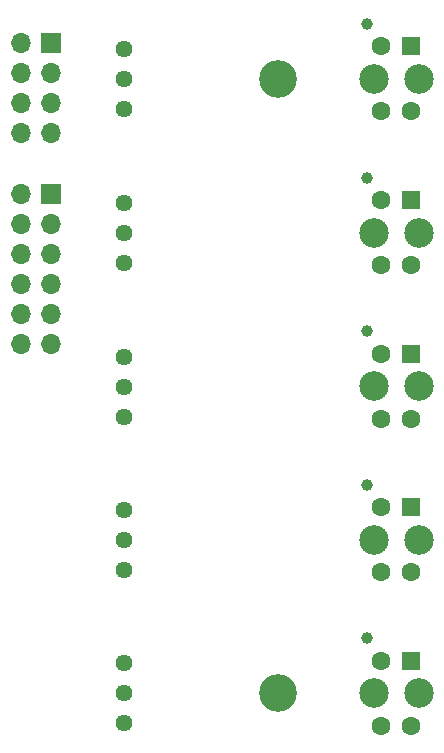
<source format=gts>
G04 #@! TF.GenerationSoftware,KiCad,Pcbnew,(6.0.8)*
G04 #@! TF.CreationDate,2023-09-02T11:50:29+03:00*
G04 #@! TF.ProjectId,line_sensor_encoder,6c696e65-5f73-4656-9e73-6f725f656e63,rev?*
G04 #@! TF.SameCoordinates,Original*
G04 #@! TF.FileFunction,Soldermask,Top*
G04 #@! TF.FilePolarity,Negative*
%FSLAX46Y46*%
G04 Gerber Fmt 4.6, Leading zero omitted, Abs format (unit mm)*
G04 Created by KiCad (PCBNEW (6.0.8)) date 2023-09-02 11:50:29*
%MOMM*%
%LPD*%
G01*
G04 APERTURE LIST*
%ADD10C,2.500000*%
%ADD11C,1.000000*%
%ADD12R,1.600000X1.600000*%
%ADD13C,1.600000*%
%ADD14C,1.440000*%
%ADD15C,3.200000*%
%ADD16R,1.700000X1.700000*%
%ADD17O,1.700000X1.700000*%
G04 APERTURE END LIST*
D10*
X162650000Y-122250000D03*
X158850000Y-122250000D03*
D11*
X158300000Y-117600000D03*
D12*
X162020000Y-119500000D03*
D13*
X159480000Y-119500000D03*
X159480000Y-125000000D03*
X162020000Y-125000000D03*
D11*
X158300000Y-91600000D03*
D10*
X162650000Y-96250000D03*
X158850000Y-96250000D03*
D12*
X162020000Y-93500000D03*
D13*
X159480000Y-93500000D03*
X159480000Y-99000000D03*
X162020000Y-99000000D03*
D11*
X158300000Y-104600000D03*
D10*
X162650000Y-109250000D03*
X158850000Y-109250000D03*
D12*
X162020000Y-106500000D03*
D13*
X159480000Y-106500000D03*
X159480000Y-112000000D03*
X162020000Y-112000000D03*
D10*
X162650000Y-83250000D03*
X158850000Y-83250000D03*
D11*
X158300000Y-78600000D03*
D12*
X162020000Y-80500000D03*
D13*
X159480000Y-80500000D03*
X159480000Y-86000000D03*
X162020000Y-86000000D03*
D10*
X162650000Y-70250000D03*
D11*
X158300000Y-65600000D03*
D10*
X158850000Y-70250000D03*
D12*
X162020000Y-67500000D03*
D13*
X159480000Y-67500000D03*
X159480000Y-73000000D03*
X162020000Y-73000000D03*
D14*
X137750000Y-106710000D03*
X137750000Y-109250000D03*
X137750000Y-111790000D03*
X137750000Y-93750000D03*
X137750000Y-96290000D03*
X137750000Y-98830000D03*
D15*
X150750000Y-122250000D03*
D14*
X137750000Y-67710000D03*
X137750000Y-70250000D03*
X137750000Y-72790000D03*
X137750000Y-80710000D03*
X137750000Y-83250000D03*
X137750000Y-85790000D03*
D15*
X150750000Y-70250000D03*
D16*
X131525000Y-67200000D03*
D17*
X128985000Y-67200000D03*
X131525000Y-69740000D03*
X128985000Y-69740000D03*
X131525000Y-72280000D03*
X128985000Y-72280000D03*
X131525000Y-74820000D03*
X128985000Y-74820000D03*
D16*
X131500000Y-80000000D03*
D17*
X128960000Y-80000000D03*
X131500000Y-82540000D03*
X128960000Y-82540000D03*
X131500000Y-85080000D03*
X128960000Y-85080000D03*
X131500000Y-87620000D03*
X128960000Y-87620000D03*
X131500000Y-90160000D03*
X128960000Y-90160000D03*
X131500000Y-92700000D03*
X128960000Y-92700000D03*
D14*
X137750000Y-119710000D03*
X137750000Y-122250000D03*
X137750000Y-124790000D03*
M02*

</source>
